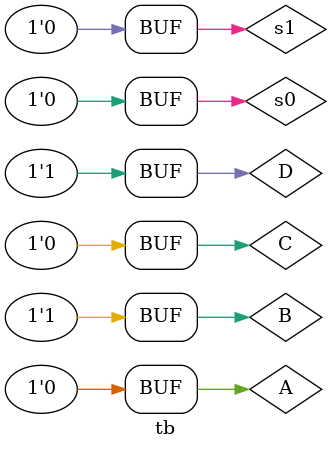
<source format=v>
`timescale 1ns / 1ps


module tb;

	// Inputs
	reg A;
	reg B;
	reg C;
	reg D;
	reg s0;
	reg s1;

	// Outputs
	wire out;

	// Instantiate the Unit Under Test (UUT)
	mux_four_cross_one uut (
		.A(A), 
		.B(B), 
		.C(C), 
		.D(D), 
		.s0(s0), 
		.s1(s1), 
		.out(out)
	);

	initial begin
		// Initialize Inputs
		A = 0;
		B = 1;
		C = 0;
		D = 1;
		s0 = 0;
		s1 = 0;
		#100;
        
	

	end
      
endmodule


</source>
